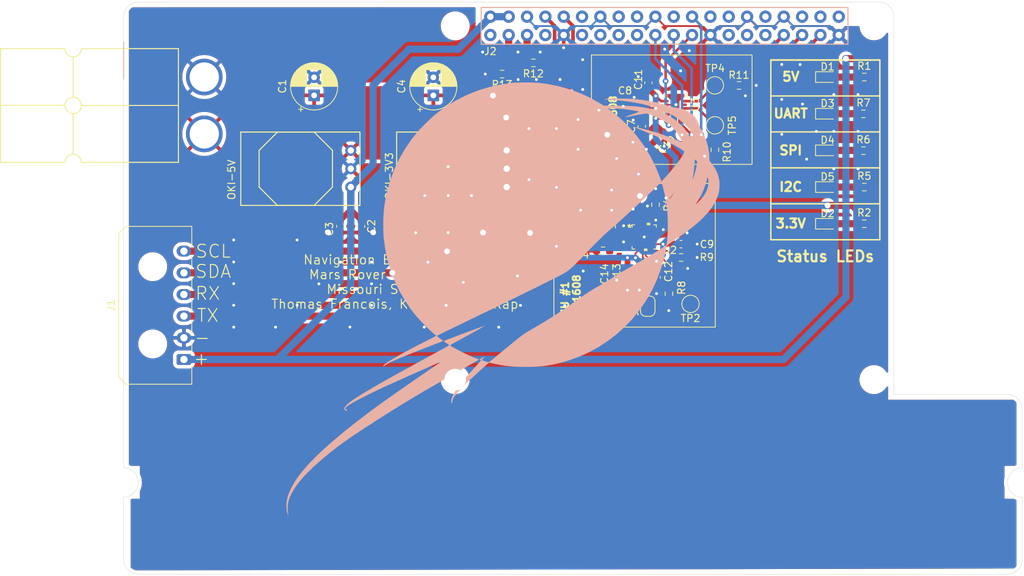
<source format=kicad_pcb>
(kicad_pcb (version 20211014) (generator pcbnew)
  (layers (0 "F.Cu" signal) (31 "B.Cu" signal) (34 "B.Paste" user) (35 "F.Paste" user) (36 "B.SilkS" user "B.Silkscreen") (37 "F.SilkS" user "F.Silkscreen") (38 "B.Mask" user) (39 "F.Mask" user) (44 "Edge.Cuts" user))
  (net 0 "")
  (net 1 "GND")
  (net 2 "+5V")
  (net 3 "+3V3")
  (net 4 "Net-(D1-Pad2)")
  (net 5 "Net-(D2-Pad2)")
  (net 6 "/I2C_Status_LED")
  (net 7 "/SPI_Status_LED")
  (net 8 "Net-(D5-Pad2)")
  (net 9 "/M8Q-TX")
  (net 10 "/M8Q-RX")
  (net 11 "/I2C-SDA")
  (net 12 "/I2C-SCL")
  (net 16 "Net-(R3-Pad1)")
  (net 17 "Net-(R8-Pad1)")
  (net 18 "Net-(R10-Pad1)")
  (net 19 "Net-(R11-Pad1)")
  (net 20 "Net-(R4-Pad1)")
  (net 21 "Net-(R9-Pad1)")
  (net 22 "Net-(R14-Pad1)")
  (net 23 "/OKI - 3V3/+12V")
  (net 24 "/UART_Status_LED")
  (net 25 "Net-(D3-Pad2)")
  (net 26 "Net-(D4-Pad2)")
  (net 27 "/IMU #1 - BHI160B/I2C_ADR")
  (net 37 "/SPI-CS")
  (net 38 "/SPI-SCLK")
  (net 40 "/SPI-MISO")
  (net 41 "/SPI-MOSI")
  (footprint "Capacitor_THT:CP_Radial_D6.3mm_P2.50mm" (layer "F.Cu") (at 66.04 50.8 90)
    (fp_text reference "C1")
    (fp_text value "22uF 50V")
  )
  (footprint "Capacitor_SMD:C_0603_1608Metric_Pad1.08x0.95mm_HandSolder" (layer "F.Cu") (at 72.55 68.9375 -90)
    (fp_text reference "C2")
    (fp_text value "10uF")
  )
  (footprint "Capacitor_SMD:C_0603_1608Metric_Pad1.08x0.95mm_HandSolder" (layer "F.Cu") (at 69.68 68.9375 -90)
    (fp_text reference "C3")
    (fp_text value "0.1uF")
  )
  (footprint "Capacitor_THT:CP_Radial_D6.3mm_P2.50mm" (layer "F.Cu") (at 82.55 50.8 90)
    (fp_text reference "C4")
    (fp_text value "22uF 50V")
  )
  (footprint "MRDT_Connectors:Anderson_2_Horizontal_Side_by_Side" (layer "F.Cu") (at 50.8 48.26)
    (fp_text reference "Conn1" hide)
    (fp_text value "AndersonPP")
  )
  (footprint "LED_SMD:LED_0603_1608Metric_Pad1.05x0.95mm_HandSolder" (layer "F.Cu") (at 137.16 48.26)
    (fp_text reference "D1")
    (fp_text value "GREEN")
  )
  (footprint "LED_SMD:LED_0603_1608Metric_Pad1.05x0.95mm_HandSolder" (layer "F.Cu") (at 137.16 68.58)
    (fp_text reference "D2")
    (fp_text value "GREEN")
  )
  (footprint "LED_SMD:LED_0603_1608Metric_Pad1.05x0.95mm_HandSolder" (layer "F.Cu") (at 137.16 63.5)
    (fp_text reference "D5")
    (fp_text value "BLUE")
  )
  (footprint "Resistor_SMD:R_0603_1608Metric_Pad0.98x0.95mm_HandSolder" (layer "F.Cu") (at 142.240001 48.26 180)
    (fp_text reference "R1")
    (fp_text value "100")
  )
  (footprint "Resistor_SMD:R_0603_1608Metric_Pad0.98x0.95mm_HandSolder" (layer "F.Cu") (at 142.24 68.579999 180)
    (fp_text reference "R2")
    (fp_text value "43")
  )
  (footprint "Resistor_SMD:R_0603_1608Metric_Pad0.98x0.95mm_HandSolder" (layer "F.Cu") (at 142.24 63.500001 180)
    (fp_text reference "R5")
    (fp_text value "100")
  )
  (footprint "Resistor_SMD:R_0603_1608Metric_Pad0.98x0.95mm_HandSolder" (layer "F.Cu") (at 142.122498 58.457499 180)
    (fp_text reference "R6")
    (fp_text value "100")
  )
  (footprint "Resistor_SMD:R_0603_1608Metric_Pad0.98x0.95mm_HandSolder" (layer "F.Cu") (at 142.1225 53.365 180)
    (fp_text reference "R7")
    (fp_text value "100")
  )
  (footprint "MRDT_Devices:OKI_Horizontal" (layer "F.Cu") (at 71.12 58.42 -90)
    (fp_text reference "U1" hide)
    (fp_text value "OKI-5V")
  )
  (footprint "MRDT_Devices:OKI_Horizontal" (layer "F.Cu") (at 92.71 58.42 -90)
    (fp_text reference "U4" hide)
    (fp_text value "OKI-3V3")
  )
  (footprint "MRDT_Shields:RaspberryPi_THT_BOTTOM" (layer "F.Cu") (at 39.65 91.716)
    (fp_text reference "J2")
    (fp_text value "Raspberry Pi - Header Socket")
  )
  (footprint "Capacitor_SMD:C_0603_1608Metric_Pad1.08x0.95mm_HandSolder" (layer "F.Cu") (at 94.15 68.9375 -90)
    (fp_text reference "C6")
    (fp_text value "0.1uF")
  )
  (footprint "Capacitor_SMD:C_0603_1608Metric_Pad1.08x0.95mm_HandSolder" (layer "F.Cu") (at 91.275 68.9375 -90)
    (fp_text reference "C5")
    (fp_text value "10uF")
  )
  (footprint "ICM-20608-G:ICM-20608-G" (layer "F.Cu") (at 116.139999 52.1 90)
    (fp_text reference "U3")
    (fp_text value "ICM-20608-G")
  )
  (footprint "Capacitor_SMD:C_0603_1608Metric_Pad1.08x0.95mm_HandSolder" (layer "F.Cu") (at 113.475 76.0125 -90)
    (fp_text reference "C12")
    (fp_text value "0.47uF")
  )
  (footprint "Capacitor_SMD:C_0603_1608Metric_Pad1.08x0.95mm_HandSolder" (layer "F.Cu") (at 113.775 56.575 -135)
    (fp_text reference "C10")
    (fp_text value "10nF")
  )
  (footprint "Capacitor_SMD:C_0603_1608Metric_Pad1.08x0.95mm_HandSolder" (layer "F.Cu") (at 109.449999 75.5375 -90)
    (fp_text reference "C14")
    (fp_text value "0.1uF")
  )
  (footprint "Capacitor_SMD:C_0603_1608Metric_Pad1.08x0.95mm_HandSolder" (layer "F.Cu") (at 111.075 75.5375 -90)
    (fp_text reference "C13")
    (fp_text value "1uF")
  )
  (footprint "Capacitor_SMD:C_0603_1608Metric_Pad1.08x0.95mm_HandSolder" (layer "F.Cu") (at 111.231002 52.309999 180)
    (fp_text reference "C8")
    (fp_text value "2.2uF")
  )
  (footprint "Capacitor_SMD:C_0603_1608Metric_Pad1.08x0.95mm_HandSolder" (layer "F.Cu") (at 116.85 71.406249)
    (fp_text reference "C9")
    (fp_text value "0.1uF")
  )
  (footprint "Capacitor_SMD:C_0603_1608Metric_Pad1.08x0.95mm_HandSolder" (layer "F.Cu") (at 111.425 55.0875 90)
    (fp_text reference "C7")
    (fp_text value "0.1uF")
  )
  (footprint "BHI160B:BHI160B" (layer "F.Cu") (at 111.7625 70.40625)
    (fp_text reference "U2")
    (fp_text value "BHI160B" hide)
  )
  (footprint "Capacitor_SMD:C_0603_1608Metric_Pad1.08x0.95mm_HandSolder" (layer "F.Cu") (at 112.349999 49.0625 90)
    (fp_text reference "C11")
    (fp_text value "0.47uF")
  )
  (footprint "Connector_Molex:Molex_Micro-Fit_3.0_43650-0600_1x06_P3.00mm_Horizontal" (layer "F.Cu") (at 48.006 87.376 90)
    (fp_text reference "J1")
    (fp_text value "6 Pin Molex Micro-Fit")
  )
  (footprint "Resistor_SMD:R_0603_1608Metric_Pad0.98x0.95mm_HandSolder" (layer "F.Cu") (at 92.0875 47.85 180)
    (fp_text reference "R13")
    (fp_text value "4.7k")
  )
  (footprint "Jumper:SolderJumper-2_P1.3mm_Open_RoundedPad1.0x1.5mm" (layer "F.Cu") (at 112.25 80 90)
    (fp_text reference "JP1")
    (fp_text value "Solder Jumper")
  )
  (footprint "TestPoint:TestPoint_Pad_D2.0mm" (layer "F.Cu") (at 121.551001 49.41 180)
    (fp_text reference "TP4")
    (fp_text value "TestPoint")
  )
  (footprint "Resistor_SMD:R_0603_1608Metric_Pad0.98x0.95mm_HandSolder" (layer "F.Cu") (at 115.1875 78.26875 -90)
    (fp_text reference "R8")
    (fp_text value "4.7k")
  )
  (footprint "Resistor_SMD:R_0603_1608Metric_Pad0.98x0.95mm_HandSolder" (layer "F.Cu") (at 116.8625 73.25625)
    (fp_text reference "R9")
    (fp_text value "4.7k")
  )
  (footprint "TestPoint:TestPoint_Pad_D2.0mm" (layer "F.Cu") (at 121.551001 54.947501 180)
    (fp_text reference "TP5")
    (fp_text value "TestPoint")
  )
  (footprint "Resistor_SMD:R_0603_1608Metric_Pad0.98x0.95mm_HandSolder" (layer "F.Cu") (at 106.0625 72.325 180)
    (fp_text reference "R14")
    (fp_text value "4.7k")
  )
  (footprint "Resistor_SMD:R_0603_1608Metric_Pad0.98x0.95mm_HandSolder" (layer "F.Cu") (at 121.551001 58.335 -90)
    (fp_text reference "R10")
    (fp_text value "4.7k")
  )
  (footprint "Resistor_SMD:R_0603_1608Metric_Pad0.98x0.95mm_HandSolder" (layer "F.Cu") (at 96.4125 46.3)
    (fp_text reference "R12")
    (fp_text value "4.7k")
  )
  (footprint "Resistor_SMD:R_0603_1608Metric_Pad0.98x0.95mm_HandSolder" (layer "F.Cu") (at 113.325 65.9375 90)
    (fp_text reference "R4")
    (fp_text value "4.7k")
  )
  (footprint "Resistor_SMD:R_0603_1608Metric_Pad0.98x0.95mm_HandSolder" (layer "F.Cu") (at 107.25 68.9125 90)
    (fp_text reference "R3")
    (fp_text value "4.7k")
  )
  (footprint "Resistor_SMD:R_0603_1608Metric_Pad0.98x0.95mm_HandSolder" (layer "F.Cu") (at 124.887501 49.425)
    (fp_text reference "R11")
    (fp_text value "4.7k")
  )
  (footprint "TestPoint:TestPoint_Pad_D2.0mm" (layer "F.Cu") (at 118.174999 79.68125 180)
    (fp_text reference "TP2")
    (fp_text value "TestPoint")
  )
  (footprint "LED_SMD:LED_0603_1608Metric_Pad1.05x0.95mm_HandSolder" (layer "F.Cu") (at 137.16 58.42)
    (fp_text reference "D4")
    (fp_text value "BLUE")
  )
  (footprint "LED_SMD:LED_0603_1608Metric_Pad1.05x0.95mm_HandSolder" (layer "F.Cu") (at 137.16 53.34)
    (fp_text reference "D3")
    (fp_text value "BLUE")
  )
  (footprint "TestPoint:TestPoint_Pad_D2.0mm" (layer "F.Cu") (at 104.57 69.3 180)
    (fp_text reference "TP1")
    (fp_text value "TestPoint")
  )
  (footprint "MRDT_Silkscreens:0_MRDT_Logo_60mm" (layer "B.Cu") (at 92.202 78.994 -90)
    (fp_text reference "G***" hide)
    (fp_text value "LOGO" hide)
  )
  (gr_rect (start 99.25 82.9) (end 121.6 63) (layer "F.SilkS") (width 0.12) (fill none))
  (gr_line (start 129.3 45.9) (end 144.4 45.9) (layer "F.SilkS") (width 0.2))
  (gr_line (start 129.3 60.84) (end 144.4 60.84) (layer "F.SilkS") (width 0.2))
  (gr_rect (start 104.45 60.35) (end 126.7 45.2) (layer "F.SilkS") (width 0.12) (fill none))
  (gr_line (start 129.3 70.8) (end 144.4 70.8) (layer "F.SilkS") (width 0.2))
  (gr_line (start 129.3 65.82) (end 144.4 65.82) (layer "F.SilkS") (width 0.2))
  (gr_line (start 129.3 55.86) (end 144.4 55.86) (layer "F.SilkS") (width 0.2))
  (gr_rect (start 129.3 45.9) (end 144.4 70.8) (layer "F.SilkS") (width 0.2) (fill none))
  (gr_line (start 129.3 50.88) (end 144.4 50.88) (layer "F.SilkS") (width 0.2))
  (gr_line (start 164.1094 102.3874) (end 164.1094 94.2594) (layer "Edge.Cuts") (width 0.05))
  (gr_arc (start 41.6814 117.1194) (mid 40.244559 116.524241) (end 39.6494 115.0874) (layer "Edge.Cuts") (width 0.05))
  (gr_line (start 41.6814 117.1194) (end 162.0774 117.1194) (layer "Edge.Cuts") (width 0.05))
  (gr_line (start 39.6494 39.9034) (end 39.6494 102.3874) (layer "Edge.Cuts") (width 0.05))
  (gr_line (start 162.0774 92.2274) (end 146.3294 92.202) (layer "Edge.Cuts") (width 0.05))
  (gr_arc (start 39.6494 102.3874) (mid 41.6814 104.4194) (end 39.6494 106.4514) (layer "Edge.Cuts") (width 0.05))
  (gr_line (start 164.1094 115.0874) (end 164.1094 106.4514) (layer "Edge.Cuts") (width 0.05))
  (gr_arc (start 164.1094 106.4514) (mid 162.0774 104.4194) (end 164.1094 102.3874) (layer "Edge.Cuts") (width 0.05))
  (gr_line (start 146.3294 92.202) (end 146.3294 39.9034) (layer "Edge.Cuts") (width 0.05))
  (gr_line (start 144.2974 37.8714) (end 41.6814 37.8714) (layer "Edge.Cuts") (width 0.05))
  (gr_arc (start 39.6494 39.9034) (mid 40.244559 38.466559) (end 41.6814 37.8714) (layer "Edge.Cuts") (width 0.05))
  (gr_arc (start 162.0774 92.2274) (mid 163.514241 92.822559) (end 164.1094 94.2594) (layer "Edge.Cuts") (width 0.05))
  (gr_arc (start 164.1094 115.0874) (mid 163.514241 116.524241) (end 162.0774 117.1194) (layer "Edge.Cuts") (width 0.05))
  (gr_arc (start 144.2974 37.8714) (mid 145.734241 38.466559) (end 146.3294 39.9034) (layer "Edge.Cuts") (width 0.05))
  (gr_line (start 39.6494 106.4514) (end 39.6494 115.0874) (layer "Edge.Cuts") (width 0.05))
  (gr_text "SCL" (at 52.07 72.39) (layer "F.SilkS") (effects (font (size 1.778 1.778))))
  (gr_text "IMU #1\nBHI1608" (at 101.6 82.15 90) (layer "F.SilkS") (effects (font (size 1 1) (thickness 0.25)) (justify left)))
  (gr_text "RX" (at 51.308 78.232) (layer "F.SilkS") (effects (font (size 1.778 1.778))))
  (gr_text "SDA" (at 52.07 75.184) (layer "F.SilkS") (effects (font (size 1.778 1.778))))
  (gr_text "3.3V" (at 132.06 68.55) (layer "F.SilkS") (effects (font (size 1.27 1.27) (thickness 0.3))))
  (gr_text "I2C" (at 132.05 63.48) (layer "F.SilkS") (effects (font (size 1.27 1.27) (thickness 0.3))))
  (gr_text "+" (at 50.292 87.376 90) (layer "F.SilkS") (effects (font (size 1.778 1.778))))
  (gr_text "UART" (at 132.06 53.31) (layer "F.SilkS") (effects (font (size 1.27 1.27) (thickness 0.3))))
  (gr_text "SPI" (at 132.06 58.42) (layer "F.SilkS") (effects (font (size 1.27 1.27) (thickness 0.3))))
  (gr_text "5V" (at 132.07 48.22) (layer "F.SilkS") (effects (font (size 1.27 1.27) (thickness 0.3))))
  (gr_text "IMU #2\nICM-20608" (at 106.65 59.65 90) (layer "F.SilkS") (effects (font (size 1 1) (thickness 0.25)) (justify left)))
  (gr_text "Navigation Board, Rev 2.0\nMars Rover Design Team\nMissouri S&T, 2023\nThomas Francois, Katherine Dunlap" (at 77.22 76.64) (layer "F.SilkS") (effects (font (size 1.27 1.27))))
  (gr_text "-" (at 50.546 84.328) (layer "F.SilkS") (effects (font (size 1.778 1.778))))
  (gr_text "TX" (at 51.308 81.28) (layer "F.SilkS") (effects (font (size 1.778 1.778))))
  (gr_text "Status LEDs" (at 136.85 73.1) (layer "F.SilkS") (effects (font (size 1.5 1.5) (thickness 0.3))))
  (segment (start 122.2 41.2) (end 125.2 41.2) (width 0.25) (layer "F.Cu") (net 1))
  (segment (start 106.99 41.2) (end 105.69 39.9) (width 0.25) (layer "F.Cu") (net 1))
  (segment (start 113.15766 57.17509) (end 112.061736 58.271014) (width 0.8) (layer "F.Cu") (net 1))
  (segment (start 115.1625 79.20625) (end 115.1875 79.18125) (width 0.8) (layer "F.Cu") (net 1))
  (segment (start 112.362499 69.13625) (end 112.362499 69.412501) (width 0.225) (layer "F.Cu") (net 1))
  (segment (start 137.47 41.2) (end 138.71 42.44) (width 0.25) (layer "F.Cu") (net 1))
  (segment (start 112.362499 69.412501) (end 112.362499 69.612501) (width 0.225) (layer "F.Cu") (net 1))
  (segment (start 120.96 42.44) (end 122.2 41.2) (width 0.25) (layer "F.Cu") (net 1))
  (segment (start 110.368502 51.081498) (end 110.375 51.075) (width 0.8) (layer "F.Cu") (net 1))
  (segment (start 131.09 39.9) (end 129.79 41.2) (width 0.25) (layer "F.Cu") (net 1))
  (segment (start 113.193108 57.17509) (end 113.15766 57.17509) (width 0.8) (layer "F.Cu") (net 1))
  (segment (start 97.325 46.3) (end 97.325 44.825) (width 0.8) (layer "F.Cu") (net 1))
  (segment (start 114.393751 69.406249) (end 114.4 69.4) (width 0.225) (layer "F.Cu") (net 1))
  (segment (start 117.7125 71.406249) (end 119.093751 71.406249) (width 0.8) (layer "F.Cu") (net 1))
  (segment (start 109.449999 76.4) (end 109.45 77.774999) (width 0.8) (layer "F.Cu") (net 1))
  (segment (start 114.61 41.2) (end 113.31 39.9) (width 0.25) (layer "F.Cu") (net 1))
  (segment (start 112.362499 69.612501) (end 112.35 69.625) (width 0.225) (layer "F.Cu") (net 1))
  (segment (start 111.7625 70.2125) (end 112.35 69.625) (width 0.225) (layer "F.Cu") (net 1))
  (segment (start 116.151002 51.735) (end 116.7135 51.1725) (width 0.5) (layer "F.Cu") (net 1))
  (segment (start 116.151001 52.085) (end 116.151001 50.851) (width 0.5) (layer "F.Cu") (net 1))
  (segment (start 112 41.2) (end 106.99 41.2) (width 0.25) (layer "F.Cu") (net 1))
  (segment (start 97.325 45.675) (end 97.35 45.65) (width 0.8) (layer "F.Cu") (net 1))
  (segment (start 126.01 40.39) (end 126.01 39.9) (width 0.25) (layer "F.Cu") (net 1))
  (segment (start 107.25 68) (end 107.25 66.7) (width 0.5) (layer "F.Cu") (net 1))
  (segment (start 116.7135 51.1725) (end 117.026001 50.860001) (width 0.5) (layer "F.Cu") (net 1))
  (segment (start 131.09 39.9) (end 132.39 41.2) (width 0.25) (layer "F.Cu") (net 1))
  (segment (start 111.5625 70.60625) (end 111.7625 70.40625) (width 0.225) (layer "F.Cu") (net 1))
  (segment (start 111.7625 70.40625) (end 111.84375 70.40625) (width 0.225) (layer "F.Cu") (net 1))
  (segment (start 116.136001 52.1) (end 116.151001 52.085) (width 0.225) (layer "F.Cu") (net 1))
  (segment (start 110.368502 52.309999) (end 110.368502 51.081498) (width 0.8) (layer "F.Cu") (net 1))
  (segment (start 113.31 39.9) (end 113.3 39.9) (width 0.25) (layer "F.Cu") (net 1))
  (segment (start 116.151001 50.851) (end 116.140001 50.84) (width 0.5) (layer "F.Cu") (net 1))
  (segment (start 111.5625 71.67625) (end 111.5625 70.60625) (width 0.225) (layer "F.Cu") (net 1))
  (segment (start 74.2 69.8) (end 74.225 69.775) (width 0.5) (layer "F.Cu") (net 1))
  (segment (start 125.2 41.2) (end 126.01 40.39) (width 0.25) (layer "F.Cu") (net 1))
  (segment (start 63.692332 79.893336) (end 63.692332 79.907668) (width 0.254) (layer "F.Cu") (net 1))
  (segment (start 113.3 39.9) (end 112 41.2) (width 0.25) (layer "F.Cu") (net 1))
  (segment (start 119.69 41.2) (end 114.61 41.2) (width 0.25) (layer "F.Cu") (net 1))
  (segment (start 68 69.8) (end 67.975 69.775) (width 0.5) (layer "F.Cu") (net 1))
  (segment (start 115.513502 51.1725) (end 115.501001 51.160001) (width 0.5) (layer "F.Cu") (net 1))
  (segment (start 112.362499 69.13625) (end 112.362499 68.812501) (width 0.225) (layer "F.Cu") (net 1))
  (segment (start 116.151001 52.085) (end 116.151002 51.81) (width 0.5) (layer "F.Cu") (net 1))
  (segment (start 120.93 42.44) (end 120.96 42.44) (width 0.25) (layer "F.Cu") (net 1))
  (segment (start 69.68 69.8) (end 68 69.8) (width 0.5) (layer "F.Cu") (net 1))
  (segment (start 120.93 42.44) (end 119.69 41.2) (width 0.25) (layer "F.Cu") (net 1))
  (segment (start 113.35 63.725) (end 113.35 65) (width 0.8) (layer "F.Cu") (net 1))
  (segment (start 100.61 44.19) (end 100.6 44.2) (width 0.5) (layer "F.Cu") (net 1))
  (segment (start 91.175 47.85) (end 89.75 47.85) (width 0.8) (layer "F.Cu") (net 1))
  (segment (start 121.551001 59.2475) (end 120.151001 59.2475) (width 0.8) (layer "F.Cu") (net 1))
  (segment (start 72.55 69.8) (end 74.2 69.8) (width 0.5) (layer "F.Cu") (net 1))
  (segment (start 112.35 69.625) (end 112.568751 69.406249) (width 0.225) (layer "F.Cu") (net 1))
  (segment (start 132.39 41.2) (end 137.47 41.2) (width 0.25) (layer "F.Cu") (net 1))
  (segment (start 113.1 68.075) (end 113.35 68.075) (width 0.225) (layer "F.Cu") (net 1))
  (segment (start 119.093751 71.406249) (end 119.1 71.4) (width 0.8) (layer "F.Cu") (net 1))
  (segment (start 116.151002 51.81) (end 115.501001 51.160001) (width 0.5) (layer "F.Cu") (net 1))
  (segment (start 112.568751 69.406249) (end 112.368751 69.406249) (width 0.225) (layer "F.Cu") (net 1))
  (segment (start 114.880002 52.1) (end 116.136001 52.1) (width 0.225) (layer "F.Cu") (net 1))
  (segment (start 113.475 76.875) (end 113.475 78.25) (width 0.8) (layer "F.Cu") (net 1))
  (segment (start 117.051001 50.84) (end 115.225999 50.84) (width 0.5) (layer "F.Cu") (net 1))
  (segment (start 115.1625 80.60625) (end 115.1625 79.20625) (width 0.8) (layer "F.Cu") (net 1))
  (segment (start 116.151001 52.085) (end 116.151002 51.735) (width 0.5) (layer "F.Cu") (net 1))
  (segment (start 100.61 42.44) (end 100.61 44.19) (width 0.5) (layer "F.Cu") (net 1))
  (segment (start 95.9 69.8) (end 95.95 69.85) (width 0.5) (layer "F.Cu") (net 1))
  (segment (start 111.425 54.225) (end 110.225 54.225) (width 0.8) (layer "F.Cu") (net 1))
  (segment (start 94.15 69.8) (end 95.9 69.8) (width 0.5) (layer "F.Cu") (net 1))
  (segment (start 127.31 41.2) (end 126.01 39.9) (width 0.25) (layer "F.Cu") (net 1))
  (segment (start 125.800001 50.825001) (end 125.775002 50.85) (width 0.8) (layer "F.Cu") (net 1))
  (segment (start 111.7625 70.40625) (end 111.7625 70.2125) (width 0.225) (layer "F.Cu") (net 1))
  (segment (start 119.087499 73.25625) (end 117.775 73.25625) (width 0.8) (layer "F.Cu") (net 1))
  (segment (start 125.800001 49.425) (end 125.800001 50.825001) (width 0.8) (layer "F.Cu") (net 1))
  (segment (start 112.362499 68.812501) (end 113.1 68.075) (width 0.225) (layer "F.Cu") (net 1))
  (segment (start 112.368751 69.406249) (end 112.362499 69.412501) (width 0.225) (layer "F.Cu") (net 1))
  (segment (start 91.275 69.8) (end 89.45 69.8) (width 0.5) (layer "F.Cu") (net 1))
  (segment (start 129.79 41.2) (end 127.31 41.2) (width 0.25) (layer "F.Cu") (net 1))
  (segment (start 120.151001 59.2475) (end 120.126001 59.2225) (width 0.8) (layer "F.Cu") (net 1))
  (segment (start 113.096 69.406249) (end 114.393751 69.406249) (width 0.225) (layer "F.Cu") (net 1))
  (segment (start 112.568751 69.406249) (end 113.096 69.406249) (width 0.225) (layer "F.Cu") (net 1))
  (segment (start 116.7135 51.1725) (end 115.513502 51.1725) (width 0.5) (layer "F.Cu") (net 1))
  (segment (start 115.501001 51.160001) (end 115.226001 50.885) (width 0.5) (layer "F.Cu") (net 1))
  (segment (start 111.5625 70.20625) (end 111.7625 70.40625) (width 0.225) (layer "F.Cu") (net 1))
  (segment (start 112.349999 48.2) (end 110.925 48.2) (width 0.8) (layer "F.Cu") (net 1))
  (segment (start 111.075 76.4) (end 111.075 77.763002) (width 0.8) (layer "F.Cu") (net 1))
  (via (at 130.81 56.198305) (size 0.8) (drill 0.4) (layers "F.Cu" "B.Cu") (net 1))
  (via (at 73.981957 73.9) (size 0.8) (drill 0.4) (layers "F.Cu" "B.Cu") (net 1))
  (via (at 94.3 48.6) (size 0.8) (drill 0.4) (layers "F.Cu" "B.Cu") (net 1))
  (via (at 141.38 50.69) (size 0.8) (drill 0.4) (layers "F.Cu" "B.Cu") (net 1))
  (via (at 95.8 55.4) (size 0.8) (drill 0.4) (layers "F.Cu" "B.Cu") (net 1))
  (via (at 138.02 55.78) (size 0.8) (drill 0.4) (layers "F.Cu" "B.Cu") (net 1))
  (via (at 102.6 54.15) (size 0.8) (drill 0.4) (layers "F.Cu" "B.Cu") (net 1))
  (via (at 109.45 77.774999) (size 0.8) (drill 0.4) (layers "F.Cu" "B.Cu") (net 1))
  (via (at 102.6 58.275) (size 0.8) (drill 0.4) (layers "F.Cu" "B.Cu") (net 1))
  (via (at 107.25 66.7) (size 0.8) (drill 0.4) (layers "F.Cu" "B.Cu") (net 1))
  (via (at 117.7 69.85) (size 0.8) (drill 0.4) (layers "F.Cu" "B.Cu") (net 1))
  (via (at 118 44.6) (size 0.8) (drill 0.4) (layers "F.Cu" "B.Cu") (net 1))
  (via (at 80.1 69.825) (size 0.8) (drill 0.4) (layers "F.Cu" "B.Cu") (net 1))
  (via (at 66.7 76.9) (size 0.8) (drill 0.4) (layers "F.Cu" "B.Cu") (net 1))
  (via (at 81.297668 82.896664) (size 0.8) (drill 0.4) (layers "F.Cu" "B.Cu") (net 1))
  (via (at 103.24 49.98) (size 0.8) (drill 0.4) (layers "F.Cu" "B.Cu") (net 1))
  (via (at 100.75 79.91) (size 0.8) (drill 0.4) (layers "F.Cu" "B.Cu") (net 1))
  (via (at 54.9 76.875) (size 0.8) (drill 0.4) (layers "F.Cu" "B.Cu") (net 1))
  (via (at 135.601695 55.78) (size 0.8) (drill 0.4) (layers "F.Cu" "B.Cu") (net 1))
  (via (at 70.992332 82.893336) (size 0.8) (drill 0.4) (layers "F.Cu" "B.Cu") (net 1))
  (via (at 84.317668 79.876664) (size 0.8) (drill 0.4) (layers "F.Cu" "B.Cu") (net 1))
  (via (at 114.775 65) (size 0.8) (drill 0.4) (layers "F.Cu" "B.Cu") (net 1))
  (via (at 94.627668 79.886664) (size 0.8) (drill 0.4) (layers "F.Cu" "B.Cu") (net 1))
  (via (at 111.7625 70.40625) (size 1.2) (drill 0.4) (layers "F.Cu" "B.Cu") (net 1))
  (via (at 87.825 64.675) (size 0.8) (drill 0.4) (layers "F.Cu" "B.Cu") (net 1))
  (via (at 110.975 61.7) (size 0.8) (drill 0.4) (layers "F.Cu" "B.Cu") (net 1))
  (via (at 113.35 68.075) (size 0.8) (drill 0.4) (layers "F.Cu" "B.Cu") (net 1))
  (via (at 119.1 71.4) (size 0.8) (drill 0.4) (layers "F.Cu" "B.Cu") (net 1))
  (via (at 54.9 79.87) (size 0.8) (drill 0.4) (layers "F.Cu" "B.Cu") (net 1))
  (via (at 138.02 60.97) (size 0.8) (drill 0.4) (layers "F.Cu" "B.Cu") (net 1))
  (via (at 97.35 44.8) (size 0.8) (drill 0.4) (layers "F.Cu" "B.Cu") (net 1))
  (via (at 89.45 69.8) (size 1.4) (drill 0.8) (layers "F.Cu" "B.Cu") (net 1))
  (via (at 63.692332 79.863336) (size 0.8) (drill 0.4) (layers "F.Cu" "B.Cu") (net 1))
  (via (at 112.2 66.125) (size 0.8) (drill 0.4) (layers "F.Cu" "B.Cu") (net 1))
  (via (at 107.95 76.4) (size 0.8) (drill 0.4) (layers "F.Cu" "B.Cu") (net 1))
  (via (at 105.475 52.85) (size 0.8) (drill 0.4) (layers "F.Cu" "B.Cu") (net 1))
  (via (at 107.25 63.9) (size 0.8) (drill 0.4) (layers "F.Cu" "B.Cu") (net 1))
  (via (at 130.81 46.52) (size 0.8) (drill 0.4) (layers "F.Cu" "B.Cu") (net 1))
  (via (at 117.775 74.775) (size 0.8) (drill 0.4) (layers "F.Cu" "B.Cu") (net 1))
  (via (at 141.38 60.97) (size 0.8) (drill 0.4) (layers "F.Cu" "B.Cu") (net 1))
  (via (at 113.35 63.725) (size 0.8) (drill 0.4) (layers "F.Cu" "B.Cu") (net 1))
  (via (at 74.225 69.775) (size 1.4) (drill 0.8) (layers "F.Cu" "B.Cu") (net 1))
  (via (at 108.9 71.1) (size 0.8) (drill 0.4) (layers "F.Cu" "B.Cu") (net 1))
  (via (at 74 79.87) (size 0.8) (drill 0.4) (layers "F.Cu" "B.Cu") (net 1))
  (via (at 103.31 75.135) (size 0.8) (drill 0.4) (layers "F.Cu" "B.Cu") (net 1))
  (via (at 114.4 69.4) (size 0.8) (drill 0.4) (layers "F.Cu" "B.Cu") (net 1))
  (via (at 95.8 62.475) (size 0.8) (drill 0.4) (layers "F.Cu" "B.Cu") (net 1))
  (via (at 99.6 71.7) (size 0.8) (drill 0.4) (layers "F.Cu" "B.Cu") (net 1))
  (via (at 114.6 44.4) (size 0.8) (drill 0.4) (layers "F.Cu" "B.Cu") (net 1))
  (via (at 127.275 49.425) (size 0.8) (drill 0.4) (layers "F.Cu" "B.Cu") (net 1))
  (via (at 54.9 82.9) (size 0.8) (drill 0.4) (layers "F.Cu" "B.Cu") (net 1))
  (via (at 111.086999 77.775001) (size 0.8) (drill 0.4) (layers "F.Cu" "B.Cu") (net 1))
  (via (at 116.151001 52.085) (size 0.8) (drill 0.4) (layers "F.Cu" "B.Cu") (net 1))
  (via (at 130.81 51.36) (size 0.8) (drill 0.4) (layers "F.Cu" "B.Cu") (net 1))
  (via (at 113.475 78.25) (size 0.8) (drill 0.4) (layers "F.Cu" "B.Cu") (net 1))
  (via (at 125.775002 50.85) (size 0.8) (drill 0.4) (layers "F.Cu" "B.Cu") (net 1))
  (via (at 63.675 70.825) (size 0.8) (drill 0.4) (layers "F.Cu" "B.Cu") (net 1))
  (via (at 112.061736 58.271014) (size 0.8) (drill 0.4) (layers "F.Cu" "B.Cu") (net 1))
  (via (at 116.8 47.4) (size 0.8) (drill 0.4) (layers "F.Cu" "B.Cu") (net 1))
  (via (at 96.825 48.6) (size 0.8) (drill 0.4) (layers "F.Cu" "B.Cu") (net 1))
  (via (at 138.02 50.69) (size 0.8) (drill 0.4) (layers "F.Cu" "B.Cu") (net 1))
  (via (at 110.925 48.2) (size 0.8) (drill 0.4) (layers "F.Cu" "B.Cu") (net 1))
  (via (at 95.95 69.85) (size 1.4) (drill 0.8) (layers "F.Cu" "B.Cu") (net 1))
  (via (at 99.6 55.4) (size 0.8) (drill 0.4) (layers "F.Cu" "B.Cu") (net 1))
  (via (at 110.225 66.55) (size 0.8) (drill 0.4) (layers "F.Cu" "B.Cu") (net 1))
  (via (at 69.7 73.9) (size 0.8) (drill 0.4) (layers "F.Cu" "B.Cu") (net 1))
  (via (at 99.6 63.55) (size 0.8) (drill 0.4) (layers "F.Cu" "B.Cu") (net 1))
  (via (at 54.9 73.875) (size 0.8) (drill 0.4) (layers "F.Cu" "B.Cu") (net 1))
  (via (at 89.375 44.8) (size 0.8) (drill 0.4) (layers "F.Cu" "B.Cu") (net 1))
  (via (at 133.35 46.53) (size 0.8) (drill 0.4) (layers "F.Cu" "B.Cu") (net 1))
  (via (at 115.1625 80.60625) (size 0.8) (drill 0.4) (layers "F.Cu" "B.Cu") (net 1))
  (via (at 91.607668 82.906664) (size 0.8) (drill 0.4) (layers "F.Cu" "B.Cu") (net 1))
  (via (at 141.38 55.78) (size 0.8) (drill 0.4) (layers "F.Cu" "B.Cu") (net 1))
  (via (at 120.126001 59.2225) (size 0.8) (drill 0.4) (layers "F.Cu" "B.Cu") (net 1))
  (via (at 54.9 70.825) (size 0.8) (drill 0.4) (layers "F.Cu" "B.Cu") (net 1))
  (via (at 108.845527 52.302553) (size 0.8) (drill 0.4) (layers "F.Cu" "B.Cu") (net 1))
  (via (at 60.7 82.9) (size 0.8) (drill 0.4) (layers "F.Cu" "B.Cu") (net 1))
  (via (at 84.6 69.8) (size 0.8) (drill 0.4) (layers "F.Cu" "B.Cu") (net 1))
  (via (at 110.2 57.275) (size 0.8) (drill 0.4) (layers "F.Cu" "B.Cu") (net 1))
  (via (at 81.8 73.9) (size 0.8) (drill 0.4) (layers "F.Cu" "B.Cu") (net 1))
  (via (at 108.91 68.86) (size 0.8) (drill 0.4) (layers "F.Cu" "B.Cu") (net 1))
  (via (at 81.375 64.675) (size 0.8) (drill 0.4) (layers "F.Cu" "B.Cu") (net 1))
  (via (at 84.6 60.7) (size 0.8) (drill 0.4) (layers "F.Cu" "B.Cu") (net 1))
  (via (at 134.26 59.63) (size 0.8) (drill 0.4) (layers "F.Cu" "B.Cu") (net 1))
  (via (at 100.1 48.6) (size 0.8) (drill 0.4) (layers "F.Cu" "B.Cu") (net 1))
  (via (at 110.375 51.075) (size 0.8) (drill 0.4) (layers "F.Cu" "B.Cu") (net 1))
  (via (at 94.2 75.8) (size 0.8) (drill 0.4) (layers "F.Cu" "B.Cu") (net 1))
  (via (at 102.95 66.7) (size 0.8) (drill 0.4) (layers "F.Cu" "B.Cu") (net 1))
  (via (at 86.7 76.7) (size 0.8) (drill 0.4) (layers "F.Cu" "B.Cu") (net 1))
  (via (at 119.087499 73.25625) (size 0.8) (drill 0.4) (layers "F.Cu" "B.Cu") (net 1))
  (via (at 84.625 64.675) (size 0.8) (drill 0.4) (layers "F.Cu" "B.Cu") (net 1))
  (via (at 133.69 52.01) (size 0.8) (drill 0.4) (layers "F.Cu" "B.Cu") (net 1))
  (via (at 107.95 59.55) (size 0.8) (drill 0.4) (layers "F.Cu" "B.Cu") (net 1))
  (via (at 103.24 45.855001) (size 0.8) (drill 0.4) (layers "F.Cu" "B.Cu") (net 1))
  (via (at 100.6 44.2) (size 0.8) (drill 0.4) (layers "F.Cu" "B.Cu") (net 1))
  (via (at 67.975 69.775) (size 1.4) (drill 0.8) (layers "F.Cu" "B.Cu") (net 1))
  (via (at 89.75 47.85) (size 0.8) (drill 0.4) (layers "F.Cu" "B.Cu") (net 1))
  (via (at 94.275 44.8) (size 0.8) (drill 0.4) (layers "F.Cu" "B.Cu") (net 1))
  (via (at 110.225 54.225) (size 0.8) (drill 0.4) (layers "F.Cu" "B.Cu") (net 1))
  (via (at 74 76.9) (size 0.8) (drill 0.4) (layers "F.Cu" "B.Cu") (net 1))
  (segment (start 129.8 41.19) (end 129.8 41.2) (width 0.25) (layer "B.Cu") (net 1))
  (segment (start 105.2 41.2) (end 107 41.2) (width 0.25) (layer "B.Cu") (net 1))
  (segment (start 100.61 42.44) (end 101.85 41.2) (width 0.25) (layer "B.Cu") (net 1))
  (segment (start 96.6 41.2) (end 99.4 41.2) (width 0.25) (layer "B.Cu") (net 1))
  (segment (start 126.01 39.9) (end 126.01 40.39) (width 0.25) (layer "B.Cu") (net 1))
  (segment (start 107 41.2) (end 112.01 41.2) (width 0.25) (layer "B.Cu") (net 1))
  (segment (start 126.1 39.9) (end 127.4 41.2) (width 0.25) (layer "B.Cu") (net 1))
  (segment (start 137.4 41.2) (end 132.4 41.2) (width 0.25) (layer "B.Cu") (net 1))
  (segment (start 138.71 42.44) (end 138.64 42.44) (width 0.25) (layer "B.Cu") (net 1))
  (segment (start 105.69 39.91) (end 104.4 41.2) (width 0.25) (layer "B.Cu") (net 1))
  (segment (start 126.01 39.9) (end 126.1 39.9) (width 0.25) (layer "B.Cu") (net 1))
  (segment (start 101.85 41.2) (end 104.4 41.2) (width 0.25) (layer "B.Cu") (net 1))
  (segment (start 131.09 39.9) (end 132.39 41.2) (width 0.25) (layer "B.Cu") (net 1))
  (segment (start 104.4 41.2) (end 105.2 41.2) (width 0.25) (layer "B.Cu") (net 1))
  (segment (start 131.09 39.9) (end 129.8 41.19) (width 0.25) (layer "B.Cu") (net 1))
  (segment (start 105.69 39.9) (end 105.69 39.91) (width 0.25) (layer "B.Cu") (net 1))
  (segment (start 100.61 42.41) (end 100.61 42.44) (width 0.25) (layer "B.Cu") (net 1))
  (segment (start 120.93 42.44) (end 120.96 42.44) (width 0.25) (layer "B.Cu") (net 1))
  (segment (start 112.01 41.2) (end 113.31 39.9) (width 0.25) (layer "B.Cu") (net 1))
  (segment (start 105.7 39.9) (end 107 41.2) (width 0.25) (layer "B.Cu") (net 1))
  (segment (start 126.01 40.39) (end 125.2 41.2) (width 0.25) (layer "B.Cu") (net 1))
  (segment (start 138.64 42.44) (end 137.4 41.2) (width 0.25) (layer "B.Cu") (net 1))
  (segment (start 120.96 42.44) (end 122.2 41.2) (width 0.25) (layer "B.Cu") (net 1))
  (segment (start 127.4 41.2) (end 129.8 41.2) (width 0.25) (layer "B.Cu") (net 1))
  (segment (start 99.4 41.2) (end 100.61 42.41) (width 0.25) (layer "B.Cu") (net 1))
  (segment (start 122.2 41.2) (end 125.2 41.2) (width 0.25) (layer "B.Cu") (net 1))
  (segment (start 95.53 40.13) (end 96.6 41.2) (width 0.25) (layer "B.Cu") (net 1))
  (segment (start 95.53 39.9) (end 95.53 40.13) (width 0.25) (layer "B.Cu") (net 1))
  (segment (start 105.69 39.9) (end 105.7 39.9) (width 0.25) (layer "B.Cu") (net 1))
  (segment (start 143.152501 48.26) (end 143.152501 46.632501) (width 1) (layer "F.Cu") (net 2))
  (segment (start 143.152501 48.26) (end 143.035 48.377501) (width 0.254) (layer "F.Cu") (net 2))
  (segment (start 71.12 66.645) (end 72.55 68.075) (width 0.8) (layer "F.Cu") (net 2))
  (segment (start 143.1525 63.500001) (end 143.1525 58.575001) (width 1) (layer "F.Cu") (net 2))
  (segment (start 143.152501 46.632501) (end 142.24 45.72) (width 1) (layer "F.Cu") (net 2))
  (segment (start 143.152501 48.26) (end 143.152501 58.339996) (width 1) (layer "F.Cu") (net 2))
  (segment (start 69.69 68.075) (end 71.12 66.645) (width 0.8) (layer "F.Cu") (net 2))
  (segment (start 139.7 45.72) (end 142.24 45.72) (width 1) (layer "F.Cu") (net 2))
  (segment (start 71.12 63.5) (end 71.12 66.645) (width 1) (layer "F.Cu") (net 2))
  (segment (start 143.035 53.365) (end 143.034998 53.365002) (width 0.254) (layer "F.Cu") (net 2))
  (segment (start 69.68 68.075) (end 69.69 68.075) (width 0.8) (layer "F.Cu") (net 2))
  (segment (start 143.1525 58.575001) (end 143.034998 58.457499) (width 1) (layer "F.Cu") (net 2))
  (segment (start 143.152501 58.339996) (end 143.034998 58.457499) (width 1) (layer "F.Cu") (net 2))
  (via (at 139.7 45.72) (size 1) (drill 0.8) (layers "F.Cu" "B.Cu") (net 2))
  (segment (start 60.974 87.376) (end 71.12 77.23) (width 1) (layer "B.Cu") (net 2))
  (segment (start 48.006 87.376) (end 60.974 87.376) (width 1) (layer "B.Cu") (net 2))
  (segment (start 86 44.4) (end 90.45 39.95) (width 1) (layer "B.Cu") (net 2))
  (segment (start 90.45 39.95) (end 90.45 39.9) (width 1) (layer "B.Cu") (net 2))
  (segment (start 71.12 77.23) (end 71.12 63.5) (width 1) (layer "B.Cu") (net 2))
  (segment (start 74.2 60.4) (end 74.2 49.4) (width 1) (layer "B.Cu") (net 2))
  (segment (start 79.2 44.4) (end 86 44.4) (width 1) (layer "B.Cu") (net 2))
  (segment (start 74.2 49.4) (end 79.2 44.4) (width 1) (layer "B.Cu") (net 2))
  (segment (start 131.064 87.376) (end 139.7 78.74) (width 1) (layer "B.Cu") (net 2))
  (segment (start 90.45 39.9) (end 90.1 39.9) (width 1) (layer "B.Cu") (net 2))
  (segment (start 71.12 63.48) (end 74.2 60.4) (width 1) (layer "B.Cu") (net 2))
  (segment (start 90.45 39.9) (end 92.99 39.9) (width 1) (layer "B.Cu") (net 2))
  (segment (start 60.974 87.376) (end 131.064 87.376) (width 1) (layer "B.Cu") (net 2))
  (segment (start 71.12 63.5) (end 71.12 63.48) (width 1) (layer "B.Cu") (net 2))
  (segment (start 139.7 78.74) (end 139.7 45.72) (width 1) (layer "B.Cu") (net 2))
  (segment (start 114.525 57.85) (end 114.525 56.067462) (width 0.8) (layer "F.Cu") (net 3))
  (segment (start 114.601001 53.985) (end 113.351001 53.985) (width 0.35) (layer "F.Cu") (net 3))
  (segment (start 113.1375 71.406251) (end 114.362499 71.40625) (width 0.225) (layer "F.Cu") (net 3))
  (segment (start 113.35 50.875) (end 112.4 49.925) (width 0.8) (layer "F.Cu") (net 3))
  (segment (start 114.412868 56.187868) (end 114.412868 55.95533) (width 0.8) (layer "F.Cu") (net 3))
  (segment (start 111.426002 55.81) (end 112.434464 55.81) (width 0.8) (layer "F.Cu") (net 3))
  (segment (start 115.140001 53.36) (end 115.140001 53.446) (width 0.35) (layer "F.Cu") (net 3))
  (segment (start 94.15 68.075) (end 94.145 68.075) (width 0.5) (layer "F.Cu") (net 3))
  (segment (start 111.075 74.675) (end 111.075 73.825) (width 0.8) (layer "F.Cu") (net 3))
  (segment (start 111.162501 72.062499) (end 110.55 72.675) (width 0.225) (layer "F.Cu") (net 3))
  (segment (start 113.5 51.025) (end 114.075 51.6) (width 0.35) (layer "F.Cu") (net 3))
  (segment (start 92.71 66.64) (end 92.71 63.5) (width 1) (layer "F.Cu") (net 3))
  (segment (start 115.6125 71.05625) (end 115.6375 71.05625) (width 0.225) (layer "F.Cu") (net 3))
  (segment (start 112.226001 52.260001) (end 112.201001 52.260001) (width 0.35) (layer "F.Cu") (net 3))
  (segment (start 111.526001 55.7975) (end 111.538501 55.7975) (width 0.35) (layer "F.Cu") (net 3))
  (segment (start 109.449999 74.675) (end 109.449999 73.286998) (width 0.8) (layer "F.Cu") (net 3))
  (segment (start 92.71 66.64) (end 91.275 68.075) (width 0.8) (layer "F.Cu") (net 3))
  (segment (start 115.140001 53.446) (end 114.601001 53.985) (width 0.35) (layer "F.Cu") (net 3))
  (segment (start 111.9625 72.9875) (end 112.75 73.775) (width 0.225) (layer "F.Cu") (net 3))
  (segment (start 113.35 52.6) (end 112.383503 52.6) (width 0.35) (layer "F.Cu") (net 3))
  (segment (start 113.475 75.15) (end 113.475 73.775) (width 0.8) (layer "F.Cu") (net 3))
  (segment (start 114.525 56.067462) (end 114.412868 55.95533) (width 0.8) (layer "F.Cu") (net 3))
  (segment (start 109.449999 73.286998) (end 109.438 73.274999) (width 0.8) (layer "F.Cu") (net 3))
  (segment (start 111.075 73.825) (end 110.55 73.3) (width 0.8) (layer "F.Cu") (net 3))
  (segment (start 113.351001 53.985) (end 113.351001 54.893463) (width 0.8) (layer "F.Cu") (net 3))
  (segment (start 140.612501 66.04) (end 143.1525 68.579999) (width 1) (layer "F.Cu") (net 3))
  (segment (start 114.601001 55.767197) (end 114.412868 55.95533) (width 0.35) (layer "F.Cu") (net 3))
  (segment (start 112.383503 52.6) (end 112.093502 52.309999) (width 0.35) (layer "F.Cu") (net 3))
  (segment (start 112.75 73.775) (end 113.475 73.775) (width 0.225) (layer "F.Cu") (net 3))
  (segment (start 112.383502 52.6) (end 112.093502 52.31) (width 0.35) (layer "F.Cu") (net 3))
  (segment (start 109.45 74.256749) (end 109.45 74.675) (width 0.225) (layer "F.Cu") (net 3))
  (segment (start 114.362499 71.40625) (end 115.9875 71.406249) (width 0.8) (layer "F.Cu") (net 3))
  (segment (start 114.879999 52.6) (end 113.35 52.6) (width 0.35) (layer "F.Cu") (net 3))
  (segment (start 114.075 51.6) (end 114.875 51.6) (width 0.35) (layer "F.Cu") (net 3))
  (segment (start 111.9625 71.67625) (end 111.9625 72.9875) (width 0.225) (layer "F.Cu") (net 3))
  (segment (start 137.16 66.04) (end 140.612501 66.04) (width 1) (layer "F.Cu") (net 3))
  (segment (start 113.351001 54.893463) (end 114.412868 55.95533) (width 0.8) (layer "F.Cu") (net 3))
  (segment (start 112.4 49.925) (end 112.349999 49.925) (width 0.8) (layer "F.Cu") (net 3))
  (segment (start 110.55 72.675) (end 110.55 73.3) (width 0.225) (layer "F.Cu") (net 3))
  (segment (start 92.715 66.64) (end 92.71 66.64) (width 0.8) (layer "F.Cu") (net 3))
  (segment (start 111.162501 71.67625) (end 111.162501 72.062499) (width 0.225) (layer "F.Cu") (net 3))
  (segment (start 112.434464 55.81) (end 113.351001 54.893463) (width 0.8) (layer "F.Cu") (net 3))
  (segment (start 94.15 68.075) (end 92.715 66.64) (width 0.8) (layer "F.Cu") (net 3))
  (via (at 113.475 73.775) (size 0.8) (drill 0.4) (layers "F.Cu" "B.Cu") (net 3))
  (via (at 109.438 73.274999) (size 0.8) (drill 0.4) (layers "F.Cu" "B.Cu") (net 3))
  (via (at 113.35 50.875) (size 0.8) (drill 0.4) (layers "F.Cu" "B.Cu") (net 3))
  (via (at 114.362499 71.40625) (size 0.8) (drill 0.4) (layers "F.Cu" "B.Cu") (net 3))
  (via (at 113.35 52.6) (size 0.8) (drill 0.4) (layers "F.Cu" "B.Cu") (net 3))
  (via (at 113.35 53.975) (size 0.8) (drill 0.4) (layers "F.Cu" "B.Cu") (net 3))
  (via (at 137.16 66.04) (size 1) (drill 0.8) (layers "F.Cu" "B.Cu") (net 3))
  (via (at 110.55 73.3) (size 0.8) (drill 0.4) (layers "F.Cu" "B.Cu") (net 3))
  (via (at 114.525 57.85) (size 0.8) (drill 0.4) (layers "F.Cu" "B.Cu") (net 3))
  (segment (start 111.025 73.775) (end 113.475 73.775) (width 0.8) (layer "B.Cu") (net 3))
  (segment (start 116.1 59.425) (end 114.525 57.85) (width 0.8) (layer "B.Cu") (net 3))
  (segment (start 93.6 73.275) (end 109.438 73.274999) (width 0.8) (layer "B.Cu") (net 3))
  (segment (start 92.71 72.385) (end 92.71 63.5) (width 0.8) (layer "B.Cu") (net 3))
  (segment (start 110.524999 73.274999) (end 110.55 73.3) (width 0.8) (layer "B.Cu") (net 3))
  (segment (start 114.362499 71.40625) (end 116.1 69.668749) (width 0.8) (layer "B.Cu") (net 3))
  (segment (start 113.35 56.8) (end 113.35 53.975) (width 0.8) (layer "B.Cu") (net 3))
  (segment (start 93.6 73.275) (end 92.71 72.385) (width 0.8) (layer "B.Cu") (net 3))
  (segment (start 109.438 73.274999) (end 110.524999 73.274999) (width 0.8) (layer "B.Cu") (net 3))
  (segment (start 116.1 69.668749) (end 119.728749 66.04) (width 1) (layer "B.Cu") (net 3))
  (segment (start 119.728749 66.04) (end 137.16 66.04) (width 1) (layer "B.Cu") (net 3))
  (segment (start 110.55 73.3) (end 111.025 73.775) (width 0.8) (layer "B.Cu") (net 3))
  (segment (start 114.362499 72.887501) (end 114.362499 71.40625) (width 0.8) (layer "B.Cu") (net 3))
  (segment (start 113.475 73.775) (end 114.362499 72.887501) (width 0.8) (layer "B.Cu") (net 3))
  (segment (start 113.35 50.875) (end 113.35 53.975) (width 0.8) (layer "B.Cu") (net 3))
  (segment (start 114.525 57.85) (end 114.4 57.85) (width 0.8) (layer "B.Cu") (net 3))
  (segment (start 114.4 57.85) (end 113.35 56.8) (width 0.8) (layer "B.Cu") (net 3))
  (segment (start 116.1 69.668749) (end 116.1 59.425) (width 0.8) (layer "B.Cu") (net 3))
  (segment (start 138.035 48.26) (end 141.327501 48.26) (width 1) (layer "F.Cu") (net 4))
  (segment (start 138.035 68.58) (end 141.3275 68.579999) (width 1) (layer "F.Cu") (net 5))
  (segment (start 129.54 56.755) (end 129.54 43.99) (width 0.5) (layer "F.Cu") (net 6))
  (segment (start 136.285 63.5) (end 129.54 56.755) (width 0.5) (layer "F.Cu") (net 6))
  (segment (start 129.54 43.99) (end 131.09 42.44) (width 0.5) (layer "F.Cu") (net 6))
  (segment (start 134.62 58.42) (end 136.285 58.42) (width 0.5) (layer "F.Cu") (net 7))
  (segment (start 132.08 43.99) (end 132.08 55.88) (width 0.5) (layer "F.Cu") (net 7))
  (segment (start 132.08 55.88) (end 134.62 58.42) (width 0.5) (layer "F.Cu") (net 7))
  (segment (start 133.63 42.44) (end 132.08 43.99) (width 0.5) (layer "F.Cu") (net 7))
  (segment (start 138.035 63.5) (end 141.3275 63.500001) (width 1) (layer "F.Cu") (net 8))
  (segment (start 48.006 81.376) (end 96.574 81.376) (width 1) (layer "F.Cu") (net 9))
  (segment (start 101.325 48.95) (end 101.725 48.55) (width 0.254) (layer "F.Cu") (net 9))
  (segment (start 100.61 39.9) (end 101.9 41.19) (width 0.5) (layer "F.Cu") (net 9))
  (segment (start 101.1 49.7) (end 101.65 49.15) (width 1) (layer "F.Cu") (net 9))
  (segment (start 101.9 41.19) (end 101.9 48.9) (width 0.5) (layer "F.Cu") (net 9))
  (segment (start 101.1 76.85) (end 101.1 49.7) (width 1) (layer "F.Cu") (net 9))
  (segment (start 96.574 81.376) (end 101.1 76.85) (width 1) (layer "F.Cu") (net 9))
  (segment (start 102.025 49.182843) (end 102.025 48.617157) (width 0.254) (layer "F.Cu") (net 9))
  (segment (start 98.1 48.5) (end 99.1 47.5) (width 1) (layer "F.Cu") (net 10))
  (segment (start 98.825 47.25) (end 99.225 46.85) (width 0.254) (layer "F.Cu") (net 10))
  (segment (start 99.475 47.507843) (end 99.475 46.942157) (width 0.254) (layer "F.Cu") (net 10))
  (segment (start 99.35 41.18) (end 99.35 47.25) (width 0.5) (layer "F.Cu") (net 10))
  (segment (start 98.1 75.3) (end 98.1 48.5) (width 1) (layer "F.Cu") (net 10))
  (segment (start 95.024 78.376) (end 98.1 75.3) (width 1) (layer "F.Cu") (net 10))
  (segment (start 98.07 39.9) (end 99.35 41.18) (width 0.5) (layer "F.Cu") (net 10))
  (segment (start 48.006 78.376) (end 95.024 78.376) (width 1) (layer "F.Cu") (net 10))
  (segment (start 109.31 67.61) (end 109.31 67.29) (width 0.225) (layer "F.Cu") (net 11))
  (segment (start 76.874 75.376) (end 76.875 75.375) (width 1) (layer "F.Cu") (net 11))
  (segment (start 109.31 67.29) (end 109.28 67.29) (width 0.225) (layer "F.Cu") (net 11))
  (segment (start 110.762499 69.025) (end 109.375 67.675) (width 0.225) (layer "F.Cu") (net 11))
  (segment (start 48.006 75.376) (end 76.874 75.376) (width 1) (layer "F.Cu") (net 11))
  (segment (start 109.31 67.29) (end 109.31 66.48) (width 0.225) (layer "F.Cu") (net 11))
  (segment (start 108.925 66.65) (end 108.925 58.55) (width 1) (layer "F.Cu") (net 11))
  (segment (start 90.8 50.825) (end 92.99 48.635) (width 1) (layer "F.Cu") (net 11))
  (segment (start 108.54 66.84) (end 108.54 66.6) (width 0.225) (layer "F.Cu") (net 11))
  (segment (start 92.99 48.635) (end 92.99 42.44) (width 1) (layer "F.Cu") (net 11))
  (segment (start 109.375 67.675) (end 108.54 66.84) (width 0.225) (layer "F.Cu") (net 11))
  (segment (start 106.65 56.275) (end 106.65 56.25) (width 0.225) (layer "F.Cu") (net 11))
  (segment (start 109.28 67.29) (end 109.1 67.11) (width 0.225) (layer "F.Cu") (net 11))
  (segment (start 108.925 58.55) (end 106.65 56.275) (width 1) (layer "F.Cu") (net 11))
  (segment (start 109.375 67.675) (end 109.31 67.61) (width 0.225) (layer "F.Cu") (net 11))
  (via (at 106.65 56.25) (size 1) (drill 0.8) (layers "F.Cu" "B.Cu") (net 11))
  (via (at 90.8 50.825) (size 1) (drill 0.8) (layers "F.Cu" "B.Cu") (net 11))
  (via (at 76.875 75.375) (size 1) (drill 0.8) (layers "F.Cu" "B.Cu") (net 11))
  (segment (start 101.2 50.825) (end 106.625 56.25) (width 1) (layer "B.Cu") (net 11))
  (segment (start 106.625 56.25) (end 106.65 56.25) (width 1) (layer "B.Cu") (net 11))
  (segment (start 82.925 58.7) (end 90.8 50.825) (width 1) (layer "B.Cu") (net 11))
  (segment (start 82.925 69.325) (end 82.925 58.7) (width 1) (layer "B.Cu") (net 11))
  (segment (start 90.8 50.825) (end 101.2 50.825) (width 1) (layer "B.Cu") (net 11))
  (segment (start 76.875 75.375) (end 82.925 69.325) (width 1) (layer "B.Cu") (net 11))
  (segment (start 111.162501 69.13625) (end 111.162501 69.112499) (width 0.225) (layer "F.Cu") (net 12))
  (segment (start 48.006 72.376) (end 84.426 72.376) (width 1) (layer "F.Cu") (net 12))
  (segment (start 111.162501 69.112499) (end 111.162501 64.662501) (width 0.225) (layer "F.Cu") (net 12))
  (segment (start 92.625 53.875) (end 92.6375 53.8625) (width 1) (layer "F.Cu") (net 12))
  (segment (start 92.6375 53.8625) (end 95.53 50.97) (width 1) (layer "F.Cu") (net 12))
  (segment (start 95.53 50.97) (end 95.53 42.44) (width 1) (layer "F.Cu") (net 12))
  (segment (start 84.426 72.376) (end 84.45 72.4) (width 1) (layer "F.Cu") (net 12))
  (via (at 84.45 72.4) (size 1) (drill 0.8) (layers "F.Cu" "B.Cu") (net 12))
  (via (at 92.6375 53.8625) (size 1) (drill 0.8) (layers "F.Cu" "B.Cu") (net 12))
  (via (at 111.175 64.725) (size 1) (drill 0.8) (layers "F.Cu" "B.Cu") (net 12))
  (segment (start 86.325 67.75) (end 86.325 60.1) (width 1) (layer "B.Cu") (net 12))
  (segment (start 111.162501 64.662501) (end 100.3625 53.8625) (width 1) (layer "B.Cu") (net 12))
  (segment (start 90.725 55.7) (end 92.55 53.875) (width 1) (layer "B.Cu") (net 12))
  (segment (start 86.325 70.525) (end 86.325 67.75) (width 1) (layer "B.Cu") (net 12))
  (segment (start 84.45 72.4) (end 86.325 70.525) (width 1) (layer "B.Cu") (net 12))
  (segment (start 92.55 53.875) (end 92.625 53.875) (width 1) (layer "B.Cu") (net 12))
  (segment (start 100.3625 53.8625) (end 92.6375 53.8625) (width 1) (layer "B.Cu") (net 12))
  (segment (start 86.325 60.1) (end 90.725 55.7) (width 1) (layer "B.Cu") (net 12))
  (segment (start 107.125 70.2) (end 107.35 69.975) (width 0.225) (layer "F.Cu") (net 16))
  (segment (start 107.975 70.2) (end 107.525001 69.750001) (width 0.225) (layer "F.Cu") (net 16))
  (segment (start 107.975 70.2) (end 107.25 70.2) (width 0.225) (layer "F.Cu") (net 16))
  (segment (start 107.25 70.2) (end 107.175 70.125) (width 0.225) (layer "F.Cu") (net 16))
  (segment (start 110.4925 70.20625) (end 107.98125 70.20625) (width 0.225) (layer "F.Cu") (net 16))
  (segment (start 107.25 70.05) (end 104.625 70.05) (width 0.5) (layer "F.Cu") (net 16))
  (segment (start 107.98125 70.20625) (end 107.975 70.2) (width 0.225) (layer "F.Cu") (net 16))
  (segment (start 106.9 69.825) (end 106.95 69.825) (width 0.225) (layer "F.Cu") (net 16))
  (segment (start 107.525001 69.750001) (end 107.5 69.75) (width 0.225) (layer "F.Cu") (net 16))
  (segment (start 117.5125 79.68125) (end 117.7375 79.68125) (width 0.5) (layer "F.Cu") (net 17))
  (segment (start 115.25 77.26875) (end 117.574999 79.593751) (width 0.5) (layer "F.Cu") (net 17))
  (segment (start 115.1875 77.35625) (end 115.1875 74.281249) (width 0.225) (layer "F.Cu") (net 17))
  (segment (start 112.947746 72.896004) (end 112.362499 72.206249) (width 0.225) (layer "F.Cu") (net 17))
  (segment (start 115.1875 74.281249) (end 113.802255 72.896004) (width 0.225) (layer "F.Cu") (net 17))
  (segment (start 112.362499 72.206249) (end 112.362499 71.67625) (width 0.225) (layer "F.Cu") (net 17))
  (segment (start 113.802255 72.896004) (end 112.947746 72.896004) (width 0.225) (layer "F.Cu") (net 17))
  (segment (start 119.203501 52.599999) (end 121.551001 54.947501) (width 0.35) (layer "F.Cu") (net 18))
  (segment (start 117.400001 52.599999) (end 119.203501 52.599999) (width 0.35) (layer "F.Cu") (net 18))
  (segment (start 121.551001 57.4225) (end 121.551001 54.947501) (width 1) (layer "F.Cu") (net 18))
  (segment (start 117.400001 51.600001) (end 119.361001 51.600001) (width 0.35) (layer "F.Cu") (net 19))
  (segment (start 121.551001 49.41) (end 123.960001 49.41) (width 0.8) (layer "F.Cu") (net 19))
  (segment (start 119.361001 51.600001) (end 121.551001 49.41) (width 0.35) (layer "F.Cu") (net 19))
  (segment (start 123.960001 49.41) (end 123.975001 49.425) (width 0.8) (layer "F.Cu") (net 19))
  (segment (start 111.9625 69.13625) (end 111.9625 68.2125) (width 0.225) (layer "F.Cu") (net 20))
  (segment (start 111.9625 68.2125) (end 113.325 66.85) (width 0.225) (layer "F.Cu") (net 20))
  (segment (start 115.5625 72.86875) (end 115.5625 73.50625) (width 0.225) (layer "F.Cu") (net 21))
  (segment (start 115.575 72.88125) (end 116.1625 72.88125) (width 0.225) (layer "F.Cu") (net 21))
  (segment (start 115.025 72.33125) (end 115.45625 72.7625) (width 0.225) (layer "F.Cu") (net 21))
  (segment (start 115.45625 72.7625) (end 115.95 73.25625) (width 0.225) (layer "F.Cu") (net 21))
  (segment (start 115.45625 72.7625) (end 115.5625 72.86875) (width 0.225) (layer "F.Cu") (net 21))
  (segment (start 115.5625 72.86875) (end 115.575 72.88125) (width 0.225) (layer "F.Cu") (net 21))
  (segment (start 112.762501 71.787501) (end 113.30625 72.33125) (width 0.225) (layer "F.Cu") (net 21))
  (segment (start 113.30625 72.33125) (end 115.025 72.33125) (width 0.225) (layer "F.Cu") (net 21))
  (segment (start 112.762501 71.775) (end 112.762501 71.787501) (width 0.225) (layer "F.Cu") (net 21))
  (segment (start 110.625 71.975) (end 107.1 71.975) (width 0.225) (layer "F.Cu") (net 22))
  (segment (start 110.76 71.78) (end 110.762499 71.837501) (width 0.225) (layer "F.Cu") (net 22))
  (segment (start 110.762499 71.837501) (end 110.625 71.975) (width 0.225) (layer "F.Cu") (net 22))
  (segment (start 134.62 43.99) (end 136.17 42.44) (width 0.5) (layer "F.Cu") (net 24))
  (segment (start 136.285 52.465) (end 134.62 50.8) (width 0.5) (layer "F.Cu") (net 24))
  (segment (start 134.62 50.8) (end 134.62 43.99) (width 0.5) (layer "F.Cu") (net 24))
  (segment (start 136.285 53.34) (end 136.285 52.465) (width 0.5) (layer "F.Cu") (net 24))
  (segment (start 141.185 53.34) (end 141.21 53.365) (width 1) (layer "F.Cu") (net 25))
  (segment (start 138.035 53.34) (end 141.185 53.34) (width 1) (layer "F.Cu") (net 25))
  (segment (start 141.172499 58.42) (end 141.209998 58.457499) (width 0.254) (layer "F.Cu") (net 26))
  (segment (start 138.035 58.42) (end 141.172499 58.42) (width 1) (layer "F.Cu") (net 26))
  (segment (start 112.25 79.35) (end 112.25 73.94) (width 0.225) (layer "F.Cu") (net 27))
  (segment (start 111.56 73.25) (end 111.56 71.67875) (width 0.225) (layer "F.Cu") (net 27))
  (segment (start 111.56 71.67875) (end 111.5625 71.67625) (width 0.225) (layer "F.Cu") (net 27))
  (segment (start 112.25 73.94) (end 111.56 73.25) (width 0.225) (layer "F.Cu") (net 27))
  (segment (start 117.139999 53.36) (end 117.139999 53.589999) (width 0.35) (layer "F.Cu") (net 37))
  (segment (start 117.139999 53.589999) (end 117.85 54.3) (width 0.35) (layer "F.Cu") (net 37))
  (segment (start 119.65 56.1) (end 119.65 56.25) (width 0.35) (layer "F.Cu") (net 37))
  (segment (start 117.85 54.3) (end 119.65 56.1) (width 0.35) (layer "F.Cu") (net 37))
  (via (at 119.65 56.25) (size 0.8) (drill 0.4) (layers "F.Cu" "B.Cu") (net 37))
  (segment (start 119.65 41.16) (end 118.39 39.9) (width 0.35) (layer "B.Cu") (net 37))
  (segment (start 119.65 56.25) (end 119.65 41.16) (width 0.35) (layer "B.Cu") (net 37))
  (segment (start 115.639999 54.435001) (end 115.15 54.925) (width 0.35) (layer "F.Cu") (net 38))
  (segment (start 118.39 42.44) (end 114.725 46.105) (width 0.35) (layer "F.Cu") (net 38))
  (segment (start 114.725 48.825) (end 114.725 46.105) (width 0.35) (layer "F.Cu") (net 38))
  (segment (start 115.639999 53.36) (end 115.639999 54.435001) (width 0.35) (layer "F.Cu") (net 38))
  (via (at 115.15 54.925) (size 0.8) (drill 0.4) (layers "F.Cu" "B.Cu") (net 38))
  (via (at 114.725 48.825) (size 0.8) (drill 0.4) (layers "F.Cu" "B.Cu") (net 38))
  (segment (start 114.725 54.5) (end 115.15 54.925) (width 0.35) (layer "B.Cu") (net 38))
  (segment (start 114.725 48.925) (end 114.725 48.825) (width 0.35) (layer "B.Cu") (net 38))
  (segment (start 114.725 54.025) (end 114.725 54.5) (width 0.35) (layer "B.Cu") (net 38))
  (segment (start 114.725 49.475) (end 114.725 49.05) (width 0.35) (layer "B.Cu") (net 38))
  (segment (start 114.725 49.05) (end 114.725 48.925) (width 0.35) (layer "B.Cu") (net 38))
  (segment (start 114.725 54.025) (end 114.725 49.475) (width 0.35) (layer "B.Cu") (net 38))
  (segment (start 116.639999 54.564999) (end 118.325 56.25) (width 0.35) (layer "F.Cu") (net 40))
  (segment (start 116.639999 53.36) (end 116.639999 54.564999) (width 0.35) (layer "F.Cu") (net 40))
  (via (at 118.325 56.25) (size 0.8) (drill 0.4) (layers "F.Cu" "B.Cu") (net 40))
  (segment (start 115.85 44.6) (end 115.85 42.44) (width 0.35) (layer "B.Cu") (net 40))
  (segment (start 118.325 47.075) (end 115.85 44.6) (width 0.35) (layer "B.Cu") (net 40))
  (segment (start 118.325 56.25) (end 118.325 47.075) (width 0.35) (layer "B.Cu") (net 40))
  (segment (start 116.139999 55.389999) (end 117 56.25) (width 0.35) (layer "F.Cu") (net 41))
  (segment (start 116.139999 53.36) (end 116.139999 55.389999) (width 0.35) (layer "F.Cu") (net 41))
  (via (at 117 56.25) (size 0.8) (drill 0.4) (layers "F.Cu" "B.Cu") (net 41))
  (segment (start 117 49.45) (end 113.31 45.76) (width 0.35) (layer "B.Cu") (net 41))
  (segment (start 113.31 45.76) (end 113.31 42.44) (width 0.35) (layer "B.Cu") (net 41))
  (segment (start 117 56.25) (end 117 49.45) (width 0.35) (layer "B.Cu") (net 41))
  (zone (net 23) (net_name "/OKI - 3V3/+12V") (layer "F.Cu") (priority 1) (connect_pads (clearance 0.508)) (min_thickness 0.254) (fill yes (thermal_gap 0.508) (thermal_bridge_width 0.508))
    (polygon (pts (xy 93.98 59.69) (xy 48.26 59.69) (xy 48.26 52.07) (xy 59.69 52.07) (xy 59.69 49.53) (xy 93.98 49.53)))
  )
  (zone (net 1) (net_name "GND") (layer "F.Cu") (connect_pads (clearance 0.508)) (min_thickness 0.254) (fill yes (thermal_gap 0.508) (thermal_bridge_width 0.508))
    (polygon (pts (xy 145.542 92.964) (xy 163.322 92.964) (xy 163.322 102.108) (xy 161.671 102.108) (xy 161.671 106.68) (xy 163.322 106.68) (xy 163.322 116.332) (xy 40.64 116.586) (xy 40.64 106.68) (xy 41.91 106.68) (xy 41.91 102.108) (xy 40.386 102.108) (xy 40.386 38.608) (xy 88.4 38.6) (xy 88.4 41.2) (xy 145.542 41.2)))
  )
  (zone (net 1) (net_name "GND") (layer "B.Cu") (connect_pads (clearance 0.508)) (min_thickness 0.254) (fill yes (thermal_gap 0.508) (thermal_bridge_width 0.508))
    (polygon (pts (xy 145.542 92.964) (xy 163.322 92.964) (xy 163.322 102.108) (xy 161.671 102.108) (xy 161.671 106.68) (xy 163.322 106.68) (xy 163.322 116.332) (xy 40.64 116.586) (xy 40.64 106.68) (xy 41.91 106.68) (xy 41.91 102.108) (xy 40.386 102.108) (xy 40.386 38.608) (xy 88.4 38.6) (xy 88.4 41.2) (xy 145.542 41.2)))
  )
)
</source>
